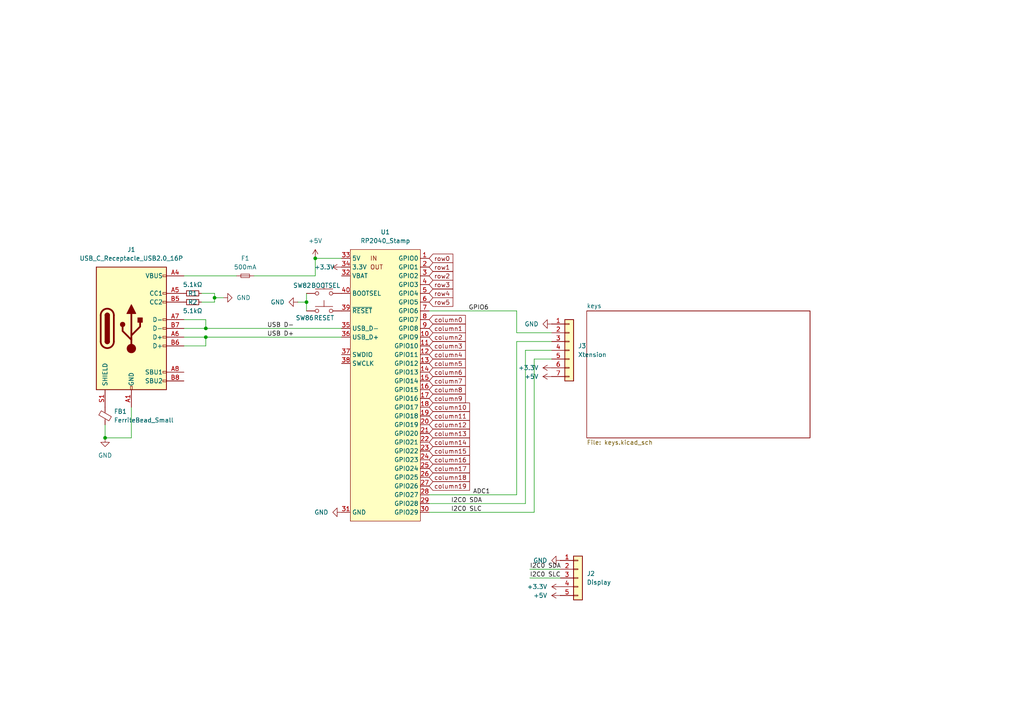
<source format=kicad_sch>
(kicad_sch (version 20231120) (generator "eeschema") (generator_version "8.0")
  (paper "A4")
  (lib_symbols
    (symbol "Connector:USB_C_Receptacle_USB2.0_16P" (pin_names (offset 1.016))
      (property "Reference" "J" (at 0 22.225 0))
      (property "Value" "USB_C_Receptacle_USB2.0_16P" (at 0 19.685 0))
      (symbol "USB_C_Receptacle_USB2.0_16P_0_0"
        (rectangle (start -0.254 -17.78) (end 0.254 -16.764))
        (rectangle (start 10.16 -14.986) (end 9.144 -15.494))
        (rectangle (start 10.16 -12.446) (end 9.144 -12.954))
        (rectangle (start 10.16 -4.826) (end 9.144 -5.334))
        (rectangle (start 10.16 -2.286) (end 9.144 -2.794))
        (rectangle (start 10.16 0.254) (end 9.144 -0.254))
        (rectangle (start 10.16 2.794) (end 9.144 2.286))
        (rectangle (start 10.16 7.874) (end 9.144 7.366))
        (rectangle (start 10.16 10.414) (end 9.144 9.906))
        (rectangle (start 10.16 15.494) (end 9.144 14.986))
      )
      (symbol "USB_C_Receptacle_USB2.0_16P_0_1"
        (rectangle (start -10.16 17.78) (end 10.16 -17.78) (stroke (width 0.254)) (fill (type background)))
        (arc (start -8.89 -3.81) (mid -6.985 -5.7067) (end -5.08 -3.81) (stroke (width 0.508)))
        (arc (start -7.62 -3.81) (mid -6.985 -4.4423) (end -6.35 -3.81) (stroke (width 0.254)))
        (arc (start -7.62 -3.81) (mid -6.985 -4.4423) (end -6.35 -3.81) (stroke (width 0.254)) (fill (type outline)))
        (rectangle (start -7.62 -3.81) (end -6.35 3.81) (stroke (width 0.254)) (fill (type outline)))
        (arc (start -6.35 3.81) (mid -6.985 4.4423) (end -7.62 3.81) (stroke (width 0.254)))
        (arc (start -6.35 3.81) (mid -6.985 4.4423) (end -7.62 3.81) (stroke (width 0.254)) (fill (type outline)))
        (arc (start -5.08 3.81) (mid -6.985 5.7067) (end -8.89 3.81) (stroke (width 0.508)))
        (circle (center -2.54 1.143) (radius 0.635) (stroke (width 0.254)) (fill (type outline)))
        (circle (center 0 -5.842) (radius 1.27) (fill (type outline)))
        (polyline (pts (xy -8.89 -3.81) (xy -8.89 3.81)) (stroke (width 0.508)))
        (polyline (pts (xy -5.08 3.81) (xy -5.08 -3.81)) (stroke (width 0.508)))
        (polyline (pts (xy 0 -5.842) (xy 0 4.318)) (stroke (width 0.508)))
        (polyline (pts (xy 0 -3.302) (xy -2.54 -0.762) (xy -2.54 0.508)) (stroke (width 0.508)))
        (polyline (pts (xy 0 -2.032) (xy 2.54 0.508) (xy 2.54 1.778)) (stroke (width 0.508)))
        (polyline (pts (xy -1.27 4.318) (xy 0 6.858) (xy 1.27 4.318) (xy -1.27 4.318)) (stroke (width 0.254)) (fill (type outline)))
        (rectangle (start 1.905 1.778) (end 3.175 3.048) (stroke (width 0.254)) (fill (type outline)))
      )
      (symbol "USB_C_Receptacle_USB2.0_16P_1_1"
        (pin passive line (at 0 -22.86 90) (length 5.08) (name "GND") (number "A1"))
        (pin passive line (at 0 -22.86 90) (length 5.08) hide (name "GND") (number "A12"))
        (pin passive line (at 15.24 15.24 180) (length 5.08) (name "VBUS") (number "A4"))
        (pin bidirectional line (at 15.24 10.16 180) (length 5.08) (name "CC1") (number "A5"))
        (pin bidirectional line (at 15.24 -2.54 180) (length 5.08) (name "D+") (number "A6"))
        (pin bidirectional line (at 15.24 2.54 180) (length 5.08) (name "D-") (number "A7"))
        (pin bidirectional line (at 15.24 -12.7 180) (length 5.08) (name "SBU1") (number "A8"))
        (pin passive line (at 15.24 15.24 180) (length 5.08) hide (name "VBUS") (number "A9"))
        (pin passive line (at 0 -22.86 90) (length 5.08) hide (name "GND") (number "B1"))
        (pin passive line (at 0 -22.86 90) (length 5.08) hide (name "GND") (number "B12"))
        (pin passive line (at 15.24 15.24 180) (length 5.08) hide (name "VBUS") (number "B4"))
        (pin bidirectional line (at 15.24 7.62 180) (length 5.08) (name "CC2") (number "B5"))
        (pin bidirectional line (at 15.24 -5.08 180) (length 5.08) (name "D+") (number "B6"))
        (pin bidirectional line (at 15.24 0 180) (length 5.08) (name "D-") (number "B7"))
        (pin bidirectional line (at 15.24 -15.24 180) (length 5.08) (name "SBU2") (number "B8"))
        (pin passive line (at 15.24 15.24 180) (length 5.08) hide (name "VBUS") (number "B9"))
        (pin passive line (at -7.62 -22.86 90) (length 5.08) (name "SHIELD") (number "S1"))
      )
    )
    (symbol "Connector_Generic:Conn_01x05" (pin_names (offset 1.016) hide)
      (property "Reference" "J" (at 0 7.62 0))
      (property "Value" "Conn_01x05" (at 0 -7.62 0))
      (symbol "Conn_01x05_1_1"
        (rectangle (start -1.27 -4.953) (end 0 -5.207) (stroke (width 0.1524)))
        (rectangle (start -1.27 -2.413) (end 0 -2.667) (stroke (width 0.1524)))
        (rectangle (start -1.27 0.127) (end 0 -0.127) (stroke (width 0.1524)))
        (rectangle (start -1.27 2.667) (end 0 2.413) (stroke (width 0.1524)))
        (rectangle (start -1.27 5.207) (end 0 4.953) (stroke (width 0.1524)))
        (rectangle (start -1.27 6.35) (end 1.27 -6.35) (stroke (width 0.254)) (fill (type background)))
        (pin passive line (at -5.08 5.08 0) (length 3.81) (name "Pin_1") (number "1"))
        (pin passive line (at -5.08 2.54 0) (length 3.81) (name "Pin_2") (number "2"))
        (pin passive line (at -5.08 0 0) (length 3.81) (name "Pin_3") (number "3"))
        (pin passive line (at -5.08 -2.54 0) (length 3.81) (name "Pin_4") (number "4"))
        (pin passive line (at -5.08 -5.08 0) (length 3.81) (name "Pin_5") (number "5"))
      )
    )
    (symbol "Connector_Generic:Conn_01x07" (pin_names (offset 1.016) hide)
      (property "Reference" "J" (at 0 10.16 0))
      (property "Value" "Conn_01x07" (at 0 -10.16 0))
      (symbol "Conn_01x07_1_1"
        (rectangle (start -1.27 -7.493) (end 0 -7.747) (stroke (width 0.1524)))
        (rectangle (start -1.27 -4.953) (end 0 -5.207) (stroke (width 0.1524)))
        (rectangle (start -1.27 -2.413) (end 0 -2.667) (stroke (width 0.1524)))
        (rectangle (start -1.27 0.127) (end 0 -0.127) (stroke (width 0.1524)))
        (rectangle (start -1.27 2.667) (end 0 2.413) (stroke (width 0.1524)))
        (rectangle (start -1.27 5.207) (end 0 4.953) (stroke (width 0.1524)))
        (rectangle (start -1.27 7.747) (end 0 7.493) (stroke (width 0.1524)))
        (rectangle (start -1.27 8.89) (end 1.27 -8.89) (stroke (width 0.254)) (fill (type background)))
        (pin passive line (at -5.08 7.62 0) (length 3.81) (name "Pin_1") (number "1"))
        (pin passive line (at -5.08 5.08 0) (length 3.81) (name "Pin_2") (number "2"))
        (pin passive line (at -5.08 2.54 0) (length 3.81) (name "Pin_3") (number "3"))
        (pin passive line (at -5.08 0 0) (length 3.81) (name "Pin_4") (number "4"))
        (pin passive line (at -5.08 -2.54 0) (length 3.81) (name "Pin_5") (number "5"))
        (pin passive line (at -5.08 -5.08 0) (length 3.81) (name "Pin_6") (number "6"))
        (pin passive line (at -5.08 -7.62 0) (length 3.81) (name "Pin_7") (number "7"))
      )
    )
    (symbol "Device:FerriteBead_Small" (pin_numbers hide) (pin_names (offset 0))
      (property "Reference" "FB" (at 1.905 1.27 0))
      (property "Value" "FerriteBead_Small" (at 1.905 -1.27 0))
      (symbol "FerriteBead_Small_0_1"
        (polyline (pts (xy 0 -1.27) (xy 0 -0.7874)))
        (polyline (pts (xy 0 0.889) (xy 0 1.2954)))
        (polyline (pts (xy -1.8288 0.2794) (xy -1.1176 1.4986) (xy 1.8288 -0.2032) (xy 1.1176 -1.4224) (xy -1.8288 0.2794)))
      )
      (symbol "FerriteBead_Small_1_1"
        (pin passive line (at 0 2.54 270) (length 1.27) (name "~") (number "1"))
        (pin passive line (at 0 -2.54 90) (length 1.27) (name "~") (number "2"))
      )
    )
    (symbol "Device:Fuse_Small" (pin_numbers hide) (pin_names (offset 0.254) hide)
      (property "Reference" "F" (at 0 -1.524 0))
      (property "Value" "Fuse_Small" (at 0 1.524 0))
      (symbol "Fuse_Small_0_1"
        (rectangle (start -1.27 0.508) (end 1.27 -0.508))
        (polyline (pts (xy -1.27 0) (xy 1.27 0)))
      )
      (symbol "Fuse_Small_1_1"
        (pin passive line (at -2.54 0 0) (length 1.27) (name "~") (number "1"))
        (pin passive line (at 2.54 0 180) (length 1.27) (name "~") (number "2"))
      )
    )
    (symbol "Device:R_Small" (pin_numbers hide) (pin_names (offset 0.254) hide)
      (property "Reference" "R" (at 0.762 0.508 0))
      (property "Value" "R_Small" (at 0.762 -1.016 0))
      (symbol "R_Small_0_1"
        (rectangle (start -0.762 1.778) (end 0.762 -1.778) (stroke (width 0.2032)))
      )
      (symbol "R_Small_1_1"
        (pin passive line (at 0 2.54 270) (length 0.762) (name "~") (number "1"))
        (pin passive line (at 0 -2.54 90) (length 0.762) (name "~") (number "2"))
      )
    )
    (symbol "RP2040_Stamp:RP2040_Stamp"
      (property "Reference" "U" (at 10.16 43.18 0))
      (property "Value" "RP2040_Stamp" (at 0 -38.1 0))
      (symbol "RP2040_Stamp_0_0"
        (text "IN" (at -4.445 39.37 0) (effects (font (size 1.27 1.27)) (justify left)))
        (text "OUT" (at -4.445 36.83 0) (effects (font (size 1.27 1.27)) (justify left)))
        (pin bidirectional line (at 12.7 39.37 180) (length 2.54) (name "GPIO0") (number "1"))
        (pin bidirectional line (at 12.7 16.51 180) (length 2.54) (name "GPIO9") (number "10"))
        (pin bidirectional line (at 12.7 13.97 180) (length 2.54) (name "GPIO10") (number "11"))
        (pin bidirectional line (at 12.7 11.43 180) (length 2.54) (name "GPIO11") (number "12"))
        (pin bidirectional line (at 12.7 8.89 180) (length 2.54) (name "GPIO12") (number "13"))
        (pin bidirectional line (at 12.7 6.35 180) (length 2.54) (name "GPIO13") (number "14"))
        (pin bidirectional line (at 12.7 3.81 180) (length 2.54) (name "GPIO14") (number "15"))
        (pin bidirectional line (at 12.7 1.27 180) (length 2.54) (name "GPIO15") (number "16"))
        (pin bidirectional line (at 12.7 -1.27 180) (length 2.54) (name "GPIO16") (number "17"))
        (pin bidirectional line (at 12.7 -3.81 180) (length 2.54) (name "GPIO17") (number "18"))
        (pin bidirectional line (at 12.7 -6.35 180) (length 2.54) (name "GPIO18") (number "19"))
        (pin bidirectional line (at 12.7 36.83 180) (length 2.54) (name "GPIO1") (number "2"))
        (pin bidirectional line (at 12.7 -8.89 180) (length 2.54) (name "GPIO19") (number "20"))
        (pin bidirectional line (at 12.7 -11.43 180) (length 2.54) (name "GPIO20") (number "21"))
        (pin bidirectional line (at 12.7 -13.97 180) (length 2.54) (name "GPIO21") (number "22"))
        (pin bidirectional line (at 12.7 -16.51 180) (length 2.54) (name "GPIO22") (number "23"))
        (pin bidirectional line (at 12.7 -19.05 180) (length 2.54) (name "GPIO23") (number "24"))
        (pin bidirectional line (at 12.7 -21.59 180) (length 2.54) (name "GPIO24") (number "25"))
        (pin bidirectional line (at 12.7 -24.13 180) (length 2.54) (name "GPIO25") (number "26"))
        (pin bidirectional line (at 12.7 -26.67 180) (length 2.54) (name "GPIO26") (number "27"))
        (pin bidirectional line (at 12.7 -29.21 180) (length 2.54) (name "GPIO27") (number "28"))
        (pin bidirectional line (at 12.7 -31.75 180) (length 2.54) (name "GPIO28") (number "29"))
        (pin bidirectional line (at 12.7 34.29 180) (length 2.54) (name "GPIO2") (number "3"))
        (pin bidirectional line (at 12.7 -34.29 180) (length 2.54) (name "GPIO29") (number "30"))
        (pin power_in line (at -12.7 -34.29 0) (length 2.54) (name "GND") (number "31"))
        (pin power_in line (at -12.7 34.29 0) (length 2.54) (name "VBAT") (number "32"))
        (pin power_in line (at -12.7 39.37 0) (length 2.54) (name "5V") (number "33"))
        (pin power_out line (at -12.7 36.83 0) (length 2.54) (name "3.3V") (number "34"))
        (pin bidirectional line (at -12.7 19.05 0) (length 2.54) (name "USB_D-") (number "35"))
        (pin bidirectional line (at -12.7 16.51 0) (length 2.54) (name "USB_D+") (number "36"))
        (pin bidirectional line (at -12.7 11.43 0) (length 2.54) (name "SWDIO") (number "37"))
        (pin input line (at -12.7 8.89 0) (length 2.54) (name "SWCLK") (number "38"))
        (pin bidirectional line (at -12.7 24.13 0) (length 2.54) (name "~{RESET}") (number "39"))
        (pin bidirectional line (at 12.7 31.75 180) (length 2.54) (name "GPIO3") (number "4"))
        (pin input line (at -12.7 29.21 0) (length 2.54) (name "BOOTSEL") (number "40"))
        (pin bidirectional line (at 12.7 29.21 180) (length 2.54) (name "GPIO4") (number "5"))
        (pin bidirectional line (at 12.7 26.67 180) (length 2.54) (name "GPIO5") (number "6"))
        (pin bidirectional line (at 12.7 24.13 180) (length 2.54) (name "GPIO6") (number "7"))
        (pin bidirectional line (at 12.7 21.59 180) (length 2.54) (name "GPIO7") (number "8"))
        (pin bidirectional line (at 12.7 19.05 180) (length 2.54) (name "GPIO8") (number "9"))
      )
      (symbol "RP2040_Stamp_0_1"
        (rectangle (start -10.16 41.91) (end 10.16 -36.83) (stroke (width 0.1524)) (fill (type background)))
      )
    )
    (symbol "Switch:SW_Push" (pin_numbers hide) (pin_names (offset 1.016) hide)
      (property "Reference" "SW" (at 1.27 2.54 0))
      (property "Value" "SW_Push" (at 0 -1.524 0))
      (symbol "SW_Push_0_1"
        (circle (center -2.032 0) (radius 0.508))
        (polyline (pts (xy 0 1.27) (xy 0 3.048)))
        (polyline (pts (xy 2.54 1.27) (xy -2.54 1.27)))
        (circle (center 2.032 0) (radius 0.508))
        (pin passive line (at -5.08 0 0) (length 2.54) (name "1") (number "1"))
        (pin passive line (at 5.08 0 180) (length 2.54) (name "2") (number "2"))
      )
    )
    (symbol "power:+3.3V" (power) (pin_numbers hide) (pin_names (offset 0) hide)
      (property "Value" "+3.3V" (at 0 3.556 0))
      (symbol "+3.3V_0_1"
        (polyline (pts (xy -0.762 1.27) (xy 0 2.54)))
        (polyline (pts (xy 0 0) (xy 0 2.54)))
        (polyline (pts (xy 0 2.54) (xy 0.762 1.27)))
      )
      (symbol "+3.3V_1_1"
        (pin power_in line (at 0 0 90) (length 0) (name "~") (number "1"))
      )
    )
    (symbol "power:+5V" (power) (pin_numbers hide) (pin_names (offset 0) hide)
      (property "Value" "+5V" (at 0 3.556 0))
      (symbol "+5V_0_1"
        (polyline (pts (xy -0.762 1.27) (xy 0 2.54)))
        (polyline (pts (xy 0 0) (xy 0 2.54)))
        (polyline (pts (xy 0 2.54) (xy 0.762 1.27)))
      )
      (symbol "+5V_1_1"
        (pin power_in line (at 0 0 90) (length 0) (name "~") (number "1"))
      )
    )
    (symbol "power:GND" (power) (pin_numbers hide) (pin_names (offset 0) hide)
      (property "Value" "GND" (at 0 -3.81 0))
      (symbol "GND_0_1"
        (polyline (pts (xy 0 0) (xy 0 -1.27) (xy 1.27 -1.27) (xy 0 -2.54) (xy -1.27 -1.27) (xy 0 -1.27)))
      )
      (symbol "GND_1_1"
        (pin power_in line (at 0 0 270) (length 0) (name "~") (number "1"))
      )
    )
  )
  (junction (at 62.23 86.36))
  (junction (at 59.69 97.79))
  (junction (at 30.48 127))
  (junction (at 59.69 95.25))
  (junction (at 88.9 87.63))
  (junction (at 91.44 74.93))
  (wire (pts (xy 53.34 80.01) (xy 68.58 80.01)))
  (wire (pts (xy 149.86 96.52) (xy 160.02 96.52)))
  (wire (pts (xy 149.86 90.17) (xy 149.86 96.52)))
  (wire (pts (xy 58.42 87.63) (xy 62.23 87.63)))
  (wire (pts (xy 152.4 146.05) (xy 152.4 101.6)))
  (wire (pts (xy 53.34 100.33) (xy 59.69 100.33)))
  (wire (pts (xy 86.36 87.63) (xy 88.9 87.63)))
  (wire (pts (xy 154.94 148.59) (xy 154.94 104.14)))
  (wire (pts (xy 62.23 87.63) (xy 62.23 86.36)))
  (wire (pts (xy 30.48 123.19) (xy 30.48 127)))
  (wire (pts (xy 153.67 167.64) (xy 162.56 167.64)))
  (wire (pts (xy 58.42 85.09) (xy 62.23 85.09)))
  (wire (pts (xy 152.4 101.6) (xy 160.02 101.6)))
  (wire (pts (xy 73.66 80.01) (xy 91.44 80.01)))
  (wire (pts (xy 124.46 143.51) (xy 149.86 143.51)))
  (wire (pts (xy 59.69 97.79) (xy 99.06 97.79)))
  (wire (pts (xy 149.86 143.51) (xy 149.86 99.06)))
  (wire (pts (xy 88.9 87.63) (xy 88.9 90.17)))
  (wire (pts (xy 59.69 100.33) (xy 59.69 97.79)))
  (wire (pts (xy 38.1 127) (xy 38.1 118.11)))
  (wire (pts (xy 64.77 86.36) (xy 62.23 86.36)))
  (wire (pts (xy 30.48 127) (xy 38.1 127)))
  (wire (pts (xy 53.34 95.25) (xy 59.69 95.25)))
  (wire (pts (xy 59.69 95.25) (xy 99.06 95.25)))
  (wire (pts (xy 59.69 95.25) (xy 59.69 92.71)))
  (wire (pts (xy 91.44 80.01) (xy 91.44 74.93)))
  (wire (pts (xy 59.69 92.71) (xy 53.34 92.71)))
  (wire (pts (xy 154.94 104.14) (xy 160.02 104.14)))
  (wire (pts (xy 88.9 85.09) (xy 88.9 87.63)))
  (wire (pts (xy 124.46 146.05) (xy 152.4 146.05)))
  (wire (pts (xy 153.67 165.1) (xy 162.56 165.1)))
  (wire (pts (xy 53.34 97.79) (xy 59.69 97.79)))
  (wire (pts (xy 124.46 148.59) (xy 154.94 148.59)))
  (wire (pts (xy 62.23 85.09) (xy 62.23 86.36)))
  (wire (pts (xy 124.46 90.17) (xy 149.86 90.17)))
  (wire (pts (xy 91.44 74.93) (xy 99.06 74.93)))
  (wire (pts (xy 149.86 99.06) (xy 160.02 99.06)))
  (label "GPIO6" (at 135.89 90.17 0))
  (label "I2C0 SLC" (at 130.81 148.59 0))
  (label "USB D-" (at 77.47 95.25 0))
  (label "USB D+" (at 77.47 97.79 0))
  (label "I2C0 SDA" (at 130.81 146.05 0))
  (label "I2C0 SDA" (at 153.67 165.1 0))
  (label "ADC1" (at 137.16 143.51 0))
  (label "I2C0 SLC" (at 153.67 167.64 0))
  (global_label "column7" (shape input) (at 124.46 110.49 0) (property "Intersheetrefs" "${INTERSHEET_REFS}" (effects (hide yes))))
  (global_label "column14" (shape input) (at 124.46 128.27 0) (property "Intersheetrefs" "${INTERSHEET_REFS}" (effects (hide yes))))
  (global_label "column12" (shape input) (at 124.46 123.19 0) (property "Intersheetrefs" "${INTERSHEET_REFS}" (effects (hide yes))))
  (global_label "column6" (shape input) (at 124.46 107.95 0) (property "Intersheetrefs" "${INTERSHEET_REFS}" (effects (hide yes))))
  (global_label "column9" (shape input) (at 124.46 115.57 0) (property "Intersheetrefs" "${INTERSHEET_REFS}" (effects (hide yes))))
  (global_label "column4" (shape input) (at 124.46 102.87 0) (property "Intersheetrefs" "${INTERSHEET_REFS}" (effects (hide yes))))
  (global_label "column2" (shape input) (at 124.46 97.79 0) (property "Intersheetrefs" "${INTERSHEET_REFS}" (effects (hide yes))))
  (global_label "column5" (shape input) (at 124.46 105.41 0) (property "Intersheetrefs" "${INTERSHEET_REFS}" (effects (hide yes))))
  (global_label "row0" (shape input) (at 124.46 74.93 0) (property "Intersheetrefs" "${INTERSHEET_REFS}" (effects (hide yes))))
  (global_label "column13" (shape input) (at 124.46 125.73 0) (property "Intersheetrefs" "${INTERSHEET_REFS}" (effects (hide yes))))
  (global_label "column19" (shape input) (at 124.46 140.97 0) (property "Intersheetrefs" "${INTERSHEET_REFS}" (effects (hide yes))))
  (global_label "row2" (shape input) (at 124.46 80.01 0) (property "Intersheetrefs" "${INTERSHEET_REFS}" (effects (hide yes))))
  (global_label "column3" (shape input) (at 124.46 100.33 0) (property "Intersheetrefs" "${INTERSHEET_REFS}" (effects (hide yes))))
  (global_label "column17" (shape input) (at 124.46 135.89 0) (property "Intersheetrefs" "${INTERSHEET_REFS}" (effects (hide yes))))
  (global_label "column1" (shape input) (at 124.46 95.25 0) (property "Intersheetrefs" "${INTERSHEET_REFS}" (effects (hide yes))))
  (global_label "row5" (shape input) (at 124.46 87.63 0) (property "Intersheetrefs" "${INTERSHEET_REFS}" (effects (hide yes))))
  (global_label "column0" (shape input) (at 124.46 92.71 0) (property "Intersheetrefs" "${INTERSHEET_REFS}" (effects (hide yes))))
  (global_label "column16" (shape input) (at 124.46 133.35 0) (property "Intersheetrefs" "${INTERSHEET_REFS}" (effects (hide yes))))
  (global_label "row3" (shape input) (at 124.46 82.55 0) (property "Intersheetrefs" "${INTERSHEET_REFS}" (effects (hide yes))))
  (global_label "column18" (shape input) (at 124.46 138.43 0) (property "Intersheetrefs" "${INTERSHEET_REFS}" (effects (hide yes))))
  (global_label "column11" (shape input) (at 124.46 120.65 0) (property "Intersheetrefs" "${INTERSHEET_REFS}" (effects (hide yes))))
  (global_label "row1" (shape input) (at 124.46 77.47 0) (property "Intersheetrefs" "${INTERSHEET_REFS}" (effects (hide yes))))
  (global_label "column8" (shape input) (at 124.46 113.03 0) (property "Intersheetrefs" "${INTERSHEET_REFS}" (effects (hide yes))))
  (global_label "column10" (shape input) (at 124.46 118.11 0) (property "Intersheetrefs" "${INTERSHEET_REFS}" (effects (hide yes))))
  (global_label "row4" (shape input) (at 124.46 85.09 0) (property "Intersheetrefs" "${INTERSHEET_REFS}" (effects (hide yes))))
  (global_label "column15" (shape input) (at 124.46 130.81 0) (property "Intersheetrefs" "${INTERSHEET_REFS}" (effects (hide yes))))
  (symbol (lib_id "Device:Fuse_Small") (at 71.12 80.01 0) (unit 1)
    (property "Reference" "F1" (at 71.12 74.93 0))
    (property "Value" "500mA" (at 71.12 77.47 0))
    (property "Footprint" "Fuse:Fuse_2920_7451Metric_Pad2.10x5.45mm_HandSolder" (effects (hide yes)))
    (property "Description" "Fuse, small symbol" (effects (hide yes)))
  )
  (symbol (lib_id "power:+5V") (at 160.02 109.22 90) (unit 1)
    (property "Reference" "#PWR07" (effects (hide yes)))
    (property "Value" "+5V" (at 156.21 109.2199 90) (effects (justify left)))
    (property "Description" "Power symbol creates a global label with name \"+5V\"" (effects (hide yes)))
  )
  (symbol (lib_id "power:GND") (at 162.56 162.56 270) (unit 1)
    (property "Reference" "#PWR012" (effects (hide yes)))
    (property "Value" "GND" (at 158.75 162.5599 90) (effects (justify right)))
    (property "Description" "Power symbol creates a global label with name \"GND\" , ground" (effects (hide yes)))
  )
  (symbol (lib_id "Connector:USB_C_Receptacle_USB2.0_16P") (at 38.1 95.25 0) (unit 1)
    (property "Reference" "J1" (at 38.1 72.39 0))
    (property "Value" "USB_C_Receptacle_USB2.0_16P" (at 38.1 74.93 0))
    (property "Footprint" "Connector_USB:USB_C_Receptacle_GCT_USB4085" (effects (hide yes)))
    (property "Datasheet" "https://www.usb.org/sites/default/files/documents/usb_type-c.zip" (effects (hide yes)))
    (property "Description" "USB 2.0-only 16P Type-C Receptacle connector" (effects (hide yes)))
  )
  (symbol (lib_id "RP2040_Stamp:RP2040_Stamp") (at 111.76 114.3 0) (unit 1)
    (property "Reference" "U1" (at 111.76 67.31 0))
    (property "Value" "RP2040_Stamp" (at 111.76 69.85 0))
    (property "Footprint" "RP2040_Stamp:RP2040_Stamp_SMD" (effects (hide yes)))
  )
  (symbol (lib_id "power:GND") (at 86.36 87.63 270) (unit 1)
    (property "Reference" "#PWR03" (effects (hide yes)))
    (property "Value" "GND" (at 82.55 87.6299 90) (effects (justify right)))
    (property "Description" "Power symbol creates a global label with name \"GND\" , ground" (effects (hide yes)))
  )
  (symbol (lib_id "power:+3.3V") (at 99.06 77.47 90) (unit 1)
    (property "Reference" "#PWR09" (effects (hide yes)))
    (property "Value" "+3.3V" (at 97.028 77.47 90) (effects (justify left)))
    (property "Description" "Power symbol creates a global label with name \"+3.3V\"" (effects (hide yes)))
  )
  (symbol (lib_id "Switch:SW_Push") (at 93.98 85.09 0) (unit 1)
    (property "Reference" "SW82" (at 87.63 82.804 0))
    (property "Value" "BOOTSEL" (at 94.488 82.804 0))
    (property "Footprint" "Connector_PinSocket_2.54mm:PinSocket_1x02_P2.54mm_Vertical" (effects (hide yes)))
    (property "Description" "Push button switch, generic, two pins" (effects (hide yes)))
  )
  (symbol (lib_id "power:GND") (at 30.48 127 0) (unit 1)
    (property "Reference" "#PWR01" (effects (hide yes)))
    (property "Value" "GND" (at 30.48 132.08 0))
    (property "Description" "Power symbol creates a global label with name \"GND\" , ground" (effects (hide yes)))
  )
  (symbol (lib_id "power:+3.3V") (at 162.56 170.18 90) (unit 1)
    (property "Reference" "#PWR010" (effects (hide yes)))
    (property "Value" "+3.3V" (at 158.75 170.1799 90) (effects (justify left)))
    (property "Description" "Power symbol creates a global label with name \"+3.3V\"" (effects (hide yes)))
  )
  (symbol (lib_id "power:GND") (at 99.06 148.59 270) (unit 1)
    (property "Reference" "#PWR02" (effects (hide yes)))
    (property "Value" "GND" (at 95.25 148.5899 90) (effects (justify right)))
    (property "Description" "Power symbol creates a global label with name \"GND\" , ground" (effects (hide yes)))
  )
  (symbol (lib_id "Device:R_Small") (at 55.88 87.63 270) (unit 1)
    (property "Reference" "R2" (at 55.88 87.63 90))
    (property "Value" "5.1kΩ" (at 55.88 90.17 90))
    (property "Footprint" "Resistor_SMD:R_1206_3216Metric_Pad1.30x1.75mm_HandSolder" (effects (hide yes)))
    (property "Description" "Resistor, small symbol" (effects (hide yes)))
  )
  (symbol (lib_id "power:+5V") (at 91.44 74.93 0) (unit 1)
    (property "Reference" "#PWR08" (effects (hide yes)))
    (property "Value" "+5V" (at 91.44 69.85 0))
    (property "Description" "Power symbol creates a global label with name \"+5V\"" (effects (hide yes)))
  )
  (symbol (lib_id "Connector_Generic:Conn_01x07") (at 165.1 101.6 0) (unit 1)
    (property "Reference" "J3" (at 167.64 100.3299 0) (effects (justify left)))
    (property "Value" "Xtension" (at 167.64 102.8699 0) (effects (justify left)))
    (property "Footprint" "Connector_PinSocket_2.54mm:PinSocket_1x07_P2.54mm_Vertical" (effects (hide yes)))
    (property "Description" "Generic connector, single row, 01x07, script generated (kicad-library-utils/schlib/autogen/connector/)" (effects (hide yes)))
  )
  (symbol (lib_id "Switch:SW_Push") (at 93.98 90.17 0) (unit 1)
    (property "Reference" "SW86" (at 88.392 92.202 0))
    (property "Value" "RESET" (at 93.98 92.202 0))
    (property "Footprint" "Connector_PinSocket_2.54mm:PinSocket_1x02_P2.54mm_Vertical" (effects (hide yes)))
    (property "Description" "Push button switch, generic, two pins" (effects (hide yes)))
  )
  (symbol (lib_id "Device:R_Small") (at 55.88 85.09 90) (unit 1)
    (property "Reference" "R1" (at 55.88 85.09 90))
    (property "Value" "5.1kΩ" (at 55.88 82.55 90))
    (property "Footprint" "Resistor_SMD:R_1206_3216Metric_Pad1.30x1.75mm_HandSolder" (effects (hide yes)))
    (property "Description" "Resistor, small symbol" (effects (hide yes)))
  )
  (symbol (lib_id "power:GND") (at 160.02 93.98 270) (unit 1)
    (property "Reference" "#PWR05" (effects (hide yes)))
    (property "Value" "GND" (at 156.21 93.9799 90) (effects (justify right)))
    (property "Description" "Power symbol creates a global label with name \"GND\" , ground" (effects (hide yes)))
  )
  (symbol (lib_id "power:+3.3V") (at 160.02 106.68 90) (unit 1)
    (property "Reference" "#PWR06" (effects (hide yes)))
    (property "Value" "+3.3V" (at 156.21 106.6799 90) (effects (justify left)))
    (property "Description" "Power symbol creates a global label with name \"+3.3V\"" (effects (hide yes)))
  )
  (symbol (lib_id "power:GND") (at 64.77 86.36 90) (unit 1)
    (property "Reference" "#PWR04" (effects (hide yes)))
    (property "Value" "GND" (at 68.58 86.3599 90) (effects (justify right)))
    (property "Description" "Power symbol creates a global label with name \"GND\" , ground" (effects (hide yes)))
  )
  (symbol (lib_id "Device:FerriteBead_Small") (at 30.48 120.65 0) (unit 1)
    (property "Reference" "FB1" (at 33.02 119.3418 0) (effects (justify left)))
    (property "Value" "FerriteBead_Small" (at 33.02 121.8818 0) (effects (justify left)))
    (property "Footprint" "Capacitor_SMD:C_2220_5750Metric_Pad1.97x5.40mm_HandSolder" (effects (hide yes)))
    (property "Description" "Ferrite bead, small symbol" (effects (hide yes)))
  )
  (symbol (lib_id "Connector_Generic:Conn_01x05") (at 167.64 167.64 0) (unit 1)
    (property "Reference" "J2" (at 170.18 166.3699 0) (effects (justify left)))
    (property "Value" "Display" (at 170.18 168.9099 0) (effects (justify left)))
    (property "Footprint" "Connector_PinSocket_2.54mm:PinSocket_1x05_P2.54mm_Vertical" (effects (hide yes)))
    (property "Description" "Generic connector, single row, 01x05, script generated (kicad-library-utils/schlib/autogen/connector/)" (effects (hide yes)))
  )
  (symbol (lib_id "power:+5V") (at 162.56 172.72 90) (unit 1)
    (property "Reference" "#PWR011" (effects (hide yes)))
    (property "Value" "+5V" (at 158.75 172.7199 90) (effects (justify left)))
    (property "Description" "Power symbol creates a global label with name \"+5V\"" (effects (hide yes)))
  )
  (sheet (at 170.18 90.17) (size 64.77 36.83) (stroke (width 0.1524))
    (property "Sheetname" "keys" (at 170.18 89.4584 0) (effects (justify left bottom)))
    (property "Sheetfile" "keys.kicad_sch" (at 170.18 127.5846 0) (effects (justify left top)))
  )
)
</source>
